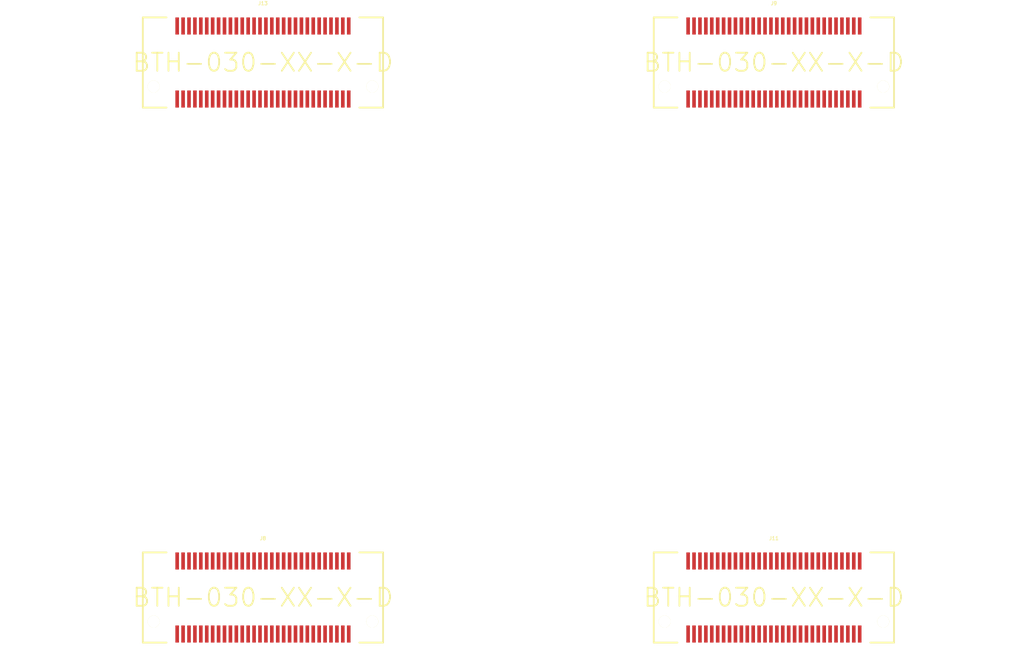
<source format=kicad_pcb>
(kicad_pcb (version 3) (host pcbnew "(2014-05-02 BZR 4841)-product")

  (general
    (links 56)
    (no_connects 56)
    (area 105.757002 40.698156 171.656718 95.604401)
    (thickness 1.6)
    (drawings 4)
    (tracks 0)
    (zones 0)
    (modules 4)
    (nets 11)
  )

  (page A4)
  (layers
    (15 F.Cu signal)
    (0 B.Cu signal)
    (16 B.Adhes user)
    (17 F.Adhes user)
    (18 B.Paste user)
    (19 F.Paste user)
    (20 B.SilkS user)
    (21 F.SilkS user)
    (22 B.Mask user)
    (23 F.Mask user)
    (24 Dwgs.User user)
    (25 Cmts.User user)
    (26 Eco1.User user)
    (27 Eco2.User user)
    (28 Edge.Cuts user)
  )

  (setup
    (last_trace_width 0.254)
    (trace_clearance 0.254)
    (zone_clearance 0.508)
    (zone_45_only no)
    (trace_min 0.254)
    (segment_width 0.2)
    (edge_width 0.1)
    (via_size 0.889)
    (via_drill 0.635)
    (via_min_size 0.889)
    (via_min_drill 0.508)
    (uvia_size 0.508)
    (uvia_drill 0.127)
    (uvias_allowed no)
    (uvia_min_size 0.508)
    (uvia_min_drill 0.127)
    (pcb_text_width 0.3)
    (pcb_text_size 1.5 1.5)
    (mod_edge_width 0.15)
    (mod_text_size 1 1)
    (mod_text_width 0.15)
    (pad_size 1.5 1.5)
    (pad_drill 0.6)
    (pad_to_mask_clearance 0)
    (aux_axis_origin 0 0)
    (visible_elements FFFFFF7F)
    (pcbplotparams
      (layerselection 3178497)
      (usegerberextensions true)
      (excludeedgelayer true)
      (linewidth 0.100000)
      (plotframeref false)
      (viasonmask false)
      (mode 1)
      (useauxorigin false)
      (hpglpennumber 1)
      (hpglpenspeed 20)
      (hpglpendiameter 15)
      (hpglpenoverlay 2)
      (psnegative false)
      (psa4output false)
      (plotreference true)
      (plotvalue true)
      (plotothertext true)
      (plotinvisibletext false)
      (padsonsilk false)
      (subtractmaskfromsilk false)
      (outputformat 1)
      (mirror false)
      (drillshape 1)
      (scaleselection 1)
      (outputdirectory ""))
  )

  (net 0 "")
  (net 1 1P8V)
  (net 2 GND)
  (net 3 VDD_GPIO)
  (net 4 SYS_5P0V)
  (net 5 1P0V)
  (net 6 VDD_DSP)
  (net 7 VDD_ADJ)
  (net 8 1P35V)
  (net 9 2P5V)
  (net 10 3P3V)

  (net_class Default "This is the default net class."
    (clearance 0.254)
    (trace_width 0.254)
    (via_dia 0.889)
    (via_drill 0.635)
    (uvia_dia 0.508)
    (uvia_drill 0.127)
    (add_net 1P0V)
    (add_net 1P35V)
    (add_net 1P8V)
    (add_net 2P5V)
    (add_net 3P3V)
    (add_net GND)
    (add_net SYS_5P0V)
    (add_net VDD_ADJ)
    (add_net VDD_DSP)
    (add_net VDD_GPIO)
  )

  (module Samtec_BTH:BTH-030-XX-X-D-A (layer F.Cu) (tedit 536D4E22) (tstamp 536D4DC3)
    (at 174.52086 75.4634 180)
    (descr "samtec BTH 60 pins")
    (tags "samtec, BTH, connector")
    (path /53694AE6)
    (attr smd)
    (fp_text reference J8 (at 0 5 180) (layer F.SilkS)
      (effects (font (size 0.29972 0.29972) (thickness 0.06096)))
    )
    (fp_text value BTH-030-XX-X-D (at 0 0 180) (layer F.SilkS)
      (effects (font (thickness 0.15)))
    )
    (fp_line (start 8.1515 -3.81) (end 10.1515 -3.81) (layer F.SilkS) (width 0.15))
    (fp_line (start 10.1515 -3.81) (end 10.1515 3.81) (layer F.SilkS) (width 0.15))
    (fp_line (start 10.1515 3.81) (end 8.1515 3.81) (layer F.SilkS) (width 0.15))
    (fp_line (start -8.1515 -3.81) (end -10.1515 -3.81) (layer F.SilkS) (width 0.15))
    (fp_line (start -10.1515 -3.81) (end -10.1515 3.81) (layer F.SilkS) (width 0.15))
    (fp_line (start -10.1515 3.81) (end -8.1515 3.81) (layer F.SilkS) (width 0.15))
    (pad "" np_thru_hole circle (at -9.23945 -2.032 180) (size 1.016 1.016) (drill 1.016) (layers *.Cu *.Mask F.SilkS))
    (pad "" np_thru_hole circle (at 9.23855 -2.032 180) (size 1.016 1.016) (drill 1.016) (layers *.Cu *.Mask F.SilkS))
    (pad 1 smd rect (at -7.25145 -3.086 180) (size 0.305 1.448) (layers F.Cu F.Paste F.Mask)
      (net 1 1P8V))
    (pad 2 smd rect (at -7.25145 3.086 180) (size 0.305 1.448) (layers F.Cu F.Paste F.Mask)
      (net 1 1P8V))
    (pad 3 smd rect (at -6.75145 -3.086 180) (size 0.305 1.448) (layers F.Cu F.Paste F.Mask))
    (pad 4 smd rect (at -6.75145 3.086 180) (size 0.305 1.448) (layers F.Cu F.Paste F.Mask))
    (pad 5 smd rect (at -6.25145 -3.086 180) (size 0.305 1.448) (layers F.Cu F.Paste F.Mask))
    (pad 6 smd rect (at -6.25145 3.086 180) (size 0.305 1.448) (layers F.Cu F.Paste F.Mask))
    (pad 7 smd rect (at -5.75145 -3.086 180) (size 0.305 1.448) (layers F.Cu F.Paste F.Mask))
    (pad 8 smd rect (at -5.75145 3.086 180) (size 0.305 1.448) (layers F.Cu F.Paste F.Mask))
    (pad 9 smd rect (at -5.25145 -3.086 180) (size 0.305 1.448) (layers F.Cu F.Paste F.Mask))
    (pad 10 smd rect (at -5.25145 3.086 180) (size 0.305 1.448) (layers F.Cu F.Paste F.Mask))
    (pad 11 smd rect (at -4.75145 -3.086 180) (size 0.305 1.448) (layers F.Cu F.Paste F.Mask)
      (net 2 GND))
    (pad 12 smd rect (at -4.75145 3.086 180) (size 0.305 1.448) (layers F.Cu F.Paste F.Mask)
      (net 2 GND))
    (pad 13 smd rect (at -4.25145 -3.086 180) (size 0.305 1.448) (layers F.Cu F.Paste F.Mask))
    (pad 14 smd rect (at -4.25145 3.086 180) (size 0.305 1.448) (layers F.Cu F.Paste F.Mask))
    (pad 15 smd rect (at -3.75145 -3.086 180) (size 0.305 1.448) (layers F.Cu F.Paste F.Mask))
    (pad 16 smd rect (at -3.75145 3.086 180) (size 0.305 1.448) (layers F.Cu F.Paste F.Mask))
    (pad 17 smd rect (at -3.25145 -3.086 180) (size 0.305 1.448) (layers F.Cu F.Paste F.Mask))
    (pad 18 smd rect (at -3.25145 3.086 180) (size 0.305 1.448) (layers F.Cu F.Paste F.Mask))
    (pad 19 smd rect (at -2.75145 -3.086 180) (size 0.305 1.448) (layers F.Cu F.Paste F.Mask))
    (pad 20 smd rect (at -2.75145 3.086 180) (size 0.305 1.448) (layers F.Cu F.Paste F.Mask))
    (pad 21 smd rect (at -2.25145 -3.086 180) (size 0.305 1.448) (layers F.Cu F.Paste F.Mask)
      (net 2 GND))
    (pad 22 smd rect (at -2.25145 3.086 180) (size 0.305 1.448) (layers F.Cu F.Paste F.Mask)
      (net 2 GND))
    (pad 23 smd rect (at -1.75145 -3.086 180) (size 0.305 1.448) (layers F.Cu F.Paste F.Mask))
    (pad 24 smd rect (at -1.75145 3.086 180) (size 0.305 1.448) (layers F.Cu F.Paste F.Mask))
    (pad 25 smd rect (at -1.25145 -3.086 180) (size 0.305 1.448) (layers F.Cu F.Paste F.Mask))
    (pad 26 smd rect (at -1.25145 3.086 180) (size 0.305 1.448) (layers F.Cu F.Paste F.Mask))
    (pad 27 smd rect (at -0.75145 -3.086 180) (size 0.305 1.448) (layers F.Cu F.Paste F.Mask))
    (pad 28 smd rect (at -0.75145 3.086 180) (size 0.305 1.448) (layers F.Cu F.Paste F.Mask))
    (pad 29 smd rect (at -0.25145 -3.086 180) (size 0.305 1.448) (layers F.Cu F.Paste F.Mask))
    (pad 30 smd rect (at -0.25145 3.086 180) (size 0.305 1.448) (layers F.Cu F.Paste F.Mask))
    (pad 31 smd rect (at 0.24855 -3.086 180) (size 0.305 1.448) (layers F.Cu F.Paste F.Mask)
      (net 2 GND))
    (pad 32 smd rect (at 0.24855 3.086 180) (size 0.305 1.448) (layers F.Cu F.Paste F.Mask)
      (net 2 GND))
    (pad 33 smd rect (at 0.74855 -3.086 180) (size 0.305 1.448) (layers F.Cu F.Paste F.Mask))
    (pad 34 smd rect (at 0.74855 3.086 180) (size 0.305 1.448) (layers F.Cu F.Paste F.Mask))
    (pad 35 smd rect (at 1.24855 -3.086 180) (size 0.305 1.448) (layers F.Cu F.Paste F.Mask))
    (pad 36 smd rect (at 1.24855 3.086 180) (size 0.305 1.448) (layers F.Cu F.Paste F.Mask))
    (pad 37 smd rect (at 1.74855 -3.086 180) (size 0.305 1.448) (layers F.Cu F.Paste F.Mask))
    (pad 38 smd rect (at 1.74855 3.086 180) (size 0.305 1.448) (layers F.Cu F.Paste F.Mask))
    (pad 39 smd rect (at 2.24855 -3.086 180) (size 0.305 1.448) (layers F.Cu F.Paste F.Mask))
    (pad 40 smd rect (at 2.24855 3.086 180) (size 0.305 1.448) (layers F.Cu F.Paste F.Mask))
    (pad 41 smd rect (at 2.74855 -3.086 180) (size 0.305 1.448) (layers F.Cu F.Paste F.Mask)
      (net 2 GND))
    (pad 42 smd rect (at 2.74855 3.086 180) (size 0.305 1.448) (layers F.Cu F.Paste F.Mask)
      (net 2 GND))
    (pad 43 smd rect (at 3.24855 -3.086 180) (size 0.305 1.448) (layers F.Cu F.Paste F.Mask))
    (pad 44 smd rect (at 3.24855 3.086 180) (size 0.305 1.448) (layers F.Cu F.Paste F.Mask))
    (pad 45 smd rect (at 3.74855 -3.086 180) (size 0.305 1.448) (layers F.Cu F.Paste F.Mask))
    (pad 46 smd rect (at 3.74855 3.086 180) (size 0.305 1.448) (layers F.Cu F.Paste F.Mask))
    (pad 47 smd rect (at 4.24855 -3.086 180) (size 0.305 1.448) (layers F.Cu F.Paste F.Mask))
    (pad 48 smd rect (at 4.24855 3.086 180) (size 0.305 1.448) (layers F.Cu F.Paste F.Mask))
    (pad 49 smd rect (at 4.74855 -3.086 180) (size 0.305 1.448) (layers F.Cu F.Paste F.Mask))
    (pad 50 smd rect (at 4.74855 3.086 180) (size 0.305 1.448) (layers F.Cu F.Paste F.Mask))
    (pad 51 smd rect (at 5.24855 -3.086 180) (size 0.305 1.448) (layers F.Cu F.Paste F.Mask)
      (net 2 GND))
    (pad 52 smd rect (at 5.24855 3.086 180) (size 0.305 1.448) (layers F.Cu F.Paste F.Mask)
      (net 2 GND))
    (pad 53 smd rect (at 5.74855 -3.086 180) (size 0.305 1.448) (layers F.Cu F.Paste F.Mask))
    (pad 54 smd rect (at 5.74855 3.086 180) (size 0.305 1.448) (layers F.Cu F.Paste F.Mask))
    (pad 55 smd rect (at 6.24855 -3.086 180) (size 0.305 1.448) (layers F.Cu F.Paste F.Mask))
    (pad 56 smd rect (at 6.24855 3.086 180) (size 0.305 1.448) (layers F.Cu F.Paste F.Mask))
    (pad 57 smd rect (at 6.74855 -3.086 180) (size 0.305 1.448) (layers F.Cu F.Paste F.Mask))
    (pad 58 smd rect (at 6.74855 3.086 180) (size 0.305 1.448) (layers F.Cu F.Paste F.Mask))
    (pad 59 smd rect (at 7.24855 -3.086 180) (size 0.305 1.448) (layers F.Cu F.Paste F.Mask))
    (pad 60 smd rect (at 7.24855 3.086 180) (size 0.305 1.448) (layers F.Cu F.Paste F.Mask))
  )

  (module Samtec_BTH:BTH-030-XX-X-D-A (layer F.Cu) (tedit 536D4C60) (tstamp 536D4E0B)
    (at 217.70086 30.2514 180)
    (descr "samtec BTH 60 pins")
    (tags "samtec, BTH, connector")
    (path /53696710)
    (attr smd)
    (fp_text reference J9 (at 0 5 180) (layer F.SilkS)
      (effects (font (size 0.29972 0.29972) (thickness 0.06096)))
    )
    (fp_text value BTH-030-XX-X-D (at 0 0 180) (layer F.SilkS)
      (effects (font (thickness 0.15)))
    )
    (fp_line (start 8.1515 -3.81) (end 10.1515 -3.81) (layer F.SilkS) (width 0.15))
    (fp_line (start 10.1515 -3.81) (end 10.1515 3.81) (layer F.SilkS) (width 0.15))
    (fp_line (start 10.1515 3.81) (end 8.1515 3.81) (layer F.SilkS) (width 0.15))
    (fp_line (start -8.1515 -3.81) (end -10.1515 -3.81) (layer F.SilkS) (width 0.15))
    (fp_line (start -10.1515 -3.81) (end -10.1515 3.81) (layer F.SilkS) (width 0.15))
    (fp_line (start -10.1515 3.81) (end -8.1515 3.81) (layer F.SilkS) (width 0.15))
    (pad "" np_thru_hole circle (at -9.23945 -2.032 180) (size 1.016 1.016) (drill 1.016) (layers *.Cu *.Mask F.SilkS))
    (pad "" np_thru_hole circle (at 9.23855 -2.032 180) (size 1.016 1.016) (drill 1.016) (layers *.Cu *.Mask F.SilkS))
    (pad 1 smd rect (at -7.25145 -3.086 180) (size 0.305 1.448) (layers F.Cu F.Paste F.Mask)
      (net 1 1P8V))
    (pad 2 smd rect (at -7.25145 3.086 180) (size 0.305 1.448) (layers F.Cu F.Paste F.Mask)
      (net 1 1P8V))
    (pad 3 smd rect (at -6.75145 -3.086 180) (size 0.305 1.448) (layers F.Cu F.Paste F.Mask))
    (pad 4 smd rect (at -6.75145 3.086 180) (size 0.305 1.448) (layers F.Cu F.Paste F.Mask))
    (pad 5 smd rect (at -6.25145 -3.086 180) (size 0.305 1.448) (layers F.Cu F.Paste F.Mask))
    (pad 6 smd rect (at -6.25145 3.086 180) (size 0.305 1.448) (layers F.Cu F.Paste F.Mask))
    (pad 7 smd rect (at -5.75145 -3.086 180) (size 0.305 1.448) (layers F.Cu F.Paste F.Mask))
    (pad 8 smd rect (at -5.75145 3.086 180) (size 0.305 1.448) (layers F.Cu F.Paste F.Mask))
    (pad 9 smd rect (at -5.25145 -3.086 180) (size 0.305 1.448) (layers F.Cu F.Paste F.Mask))
    (pad 10 smd rect (at -5.25145 3.086 180) (size 0.305 1.448) (layers F.Cu F.Paste F.Mask))
    (pad 11 smd rect (at -4.75145 -3.086 180) (size 0.305 1.448) (layers F.Cu F.Paste F.Mask)
      (net 2 GND))
    (pad 12 smd rect (at -4.75145 3.086 180) (size 0.305 1.448) (layers F.Cu F.Paste F.Mask)
      (net 2 GND))
    (pad 13 smd rect (at -4.25145 -3.086 180) (size 0.305 1.448) (layers F.Cu F.Paste F.Mask))
    (pad 14 smd rect (at -4.25145 3.086 180) (size 0.305 1.448) (layers F.Cu F.Paste F.Mask))
    (pad 15 smd rect (at -3.75145 -3.086 180) (size 0.305 1.448) (layers F.Cu F.Paste F.Mask))
    (pad 16 smd rect (at -3.75145 3.086 180) (size 0.305 1.448) (layers F.Cu F.Paste F.Mask))
    (pad 17 smd rect (at -3.25145 -3.086 180) (size 0.305 1.448) (layers F.Cu F.Paste F.Mask))
    (pad 18 smd rect (at -3.25145 3.086 180) (size 0.305 1.448) (layers F.Cu F.Paste F.Mask))
    (pad 19 smd rect (at -2.75145 -3.086 180) (size 0.305 1.448) (layers F.Cu F.Paste F.Mask))
    (pad 20 smd rect (at -2.75145 3.086 180) (size 0.305 1.448) (layers F.Cu F.Paste F.Mask))
    (pad 21 smd rect (at -2.25145 -3.086 180) (size 0.305 1.448) (layers F.Cu F.Paste F.Mask)
      (net 2 GND))
    (pad 22 smd rect (at -2.25145 3.086 180) (size 0.305 1.448) (layers F.Cu F.Paste F.Mask)
      (net 2 GND))
    (pad 23 smd rect (at -1.75145 -3.086 180) (size 0.305 1.448) (layers F.Cu F.Paste F.Mask))
    (pad 24 smd rect (at -1.75145 3.086 180) (size 0.305 1.448) (layers F.Cu F.Paste F.Mask))
    (pad 25 smd rect (at -1.25145 -3.086 180) (size 0.305 1.448) (layers F.Cu F.Paste F.Mask))
    (pad 26 smd rect (at -1.25145 3.086 180) (size 0.305 1.448) (layers F.Cu F.Paste F.Mask))
    (pad 27 smd rect (at -0.75145 -3.086 180) (size 0.305 1.448) (layers F.Cu F.Paste F.Mask))
    (pad 28 smd rect (at -0.75145 3.086 180) (size 0.305 1.448) (layers F.Cu F.Paste F.Mask))
    (pad 29 smd rect (at -0.25145 -3.086 180) (size 0.305 1.448) (layers F.Cu F.Paste F.Mask))
    (pad 30 smd rect (at -0.25145 3.086 180) (size 0.305 1.448) (layers F.Cu F.Paste F.Mask))
    (pad 31 smd rect (at 0.24855 -3.086 180) (size 0.305 1.448) (layers F.Cu F.Paste F.Mask)
      (net 2 GND))
    (pad 32 smd rect (at 0.24855 3.086 180) (size 0.305 1.448) (layers F.Cu F.Paste F.Mask)
      (net 2 GND))
    (pad 33 smd rect (at 0.74855 -3.086 180) (size 0.305 1.448) (layers F.Cu F.Paste F.Mask))
    (pad 34 smd rect (at 0.74855 3.086 180) (size 0.305 1.448) (layers F.Cu F.Paste F.Mask))
    (pad 35 smd rect (at 1.24855 -3.086 180) (size 0.305 1.448) (layers F.Cu F.Paste F.Mask))
    (pad 36 smd rect (at 1.24855 3.086 180) (size 0.305 1.448) (layers F.Cu F.Paste F.Mask))
    (pad 37 smd rect (at 1.74855 -3.086 180) (size 0.305 1.448) (layers F.Cu F.Paste F.Mask))
    (pad 38 smd rect (at 1.74855 3.086 180) (size 0.305 1.448) (layers F.Cu F.Paste F.Mask))
    (pad 39 smd rect (at 2.24855 -3.086 180) (size 0.305 1.448) (layers F.Cu F.Paste F.Mask))
    (pad 40 smd rect (at 2.24855 3.086 180) (size 0.305 1.448) (layers F.Cu F.Paste F.Mask))
    (pad 41 smd rect (at 2.74855 -3.086 180) (size 0.305 1.448) (layers F.Cu F.Paste F.Mask)
      (net 2 GND))
    (pad 42 smd rect (at 2.74855 3.086 180) (size 0.305 1.448) (layers F.Cu F.Paste F.Mask)
      (net 2 GND))
    (pad 43 smd rect (at 3.24855 -3.086 180) (size 0.305 1.448) (layers F.Cu F.Paste F.Mask))
    (pad 44 smd rect (at 3.24855 3.086 180) (size 0.305 1.448) (layers F.Cu F.Paste F.Mask))
    (pad 45 smd rect (at 3.74855 -3.086 180) (size 0.305 1.448) (layers F.Cu F.Paste F.Mask))
    (pad 46 smd rect (at 3.74855 3.086 180) (size 0.305 1.448) (layers F.Cu F.Paste F.Mask))
    (pad 47 smd rect (at 4.24855 -3.086 180) (size 0.305 1.448) (layers F.Cu F.Paste F.Mask))
    (pad 48 smd rect (at 4.24855 3.086 180) (size 0.305 1.448) (layers F.Cu F.Paste F.Mask))
    (pad 49 smd rect (at 4.74855 -3.086 180) (size 0.305 1.448) (layers F.Cu F.Paste F.Mask))
    (pad 50 smd rect (at 4.74855 3.086 180) (size 0.305 1.448) (layers F.Cu F.Paste F.Mask))
    (pad 51 smd rect (at 5.24855 -3.086 180) (size 0.305 1.448) (layers F.Cu F.Paste F.Mask)
      (net 2 GND))
    (pad 52 smd rect (at 5.24855 3.086 180) (size 0.305 1.448) (layers F.Cu F.Paste F.Mask)
      (net 2 GND))
    (pad 53 smd rect (at 5.74855 -3.086 180) (size 0.305 1.448) (layers F.Cu F.Paste F.Mask))
    (pad 54 smd rect (at 5.74855 3.086 180) (size 0.305 1.448) (layers F.Cu F.Paste F.Mask))
    (pad 55 smd rect (at 6.24855 -3.086 180) (size 0.305 1.448) (layers F.Cu F.Paste F.Mask))
    (pad 56 smd rect (at 6.24855 3.086 180) (size 0.305 1.448) (layers F.Cu F.Paste F.Mask))
    (pad 57 smd rect (at 6.74855 -3.086 180) (size 0.305 1.448) (layers F.Cu F.Paste F.Mask))
    (pad 58 smd rect (at 6.74855 3.086 180) (size 0.305 1.448) (layers F.Cu F.Paste F.Mask))
    (pad 59 smd rect (at 7.24855 -3.086 180) (size 0.305 1.448) (layers F.Cu F.Paste F.Mask))
    (pad 60 smd rect (at 7.24855 3.086 180) (size 0.305 1.448) (layers F.Cu F.Paste F.Mask))
  )

  (module Samtec_BTH:BTH-030-XX-X-D-A (layer F.Cu) (tedit 536D4C60) (tstamp 536D4E53)
    (at 217.70086 75.4634 180)
    (descr "samtec BTH 60 pins")
    (tags "samtec, BTH, connector")
    (path /536BD7B5)
    (attr smd)
    (fp_text reference J11 (at 0 5 180) (layer F.SilkS)
      (effects (font (size 0.29972 0.29972) (thickness 0.06096)))
    )
    (fp_text value BTH-030-XX-X-D (at 0 0 180) (layer F.SilkS)
      (effects (font (thickness 0.15)))
    )
    (fp_line (start 8.1515 -3.81) (end 10.1515 -3.81) (layer F.SilkS) (width 0.15))
    (fp_line (start 10.1515 -3.81) (end 10.1515 3.81) (layer F.SilkS) (width 0.15))
    (fp_line (start 10.1515 3.81) (end 8.1515 3.81) (layer F.SilkS) (width 0.15))
    (fp_line (start -8.1515 -3.81) (end -10.1515 -3.81) (layer F.SilkS) (width 0.15))
    (fp_line (start -10.1515 -3.81) (end -10.1515 3.81) (layer F.SilkS) (width 0.15))
    (fp_line (start -10.1515 3.81) (end -8.1515 3.81) (layer F.SilkS) (width 0.15))
    (pad "" np_thru_hole circle (at -9.23945 -2.032 180) (size 1.016 1.016) (drill 1.016) (layers *.Cu *.Mask F.SilkS))
    (pad "" np_thru_hole circle (at 9.23855 -2.032 180) (size 1.016 1.016) (drill 1.016) (layers *.Cu *.Mask F.SilkS))
    (pad 1 smd rect (at -7.25145 -3.086 180) (size 0.305 1.448) (layers F.Cu F.Paste F.Mask)
      (net 3 VDD_GPIO))
    (pad 2 smd rect (at -7.25145 3.086 180) (size 0.305 1.448) (layers F.Cu F.Paste F.Mask)
      (net 3 VDD_GPIO))
    (pad 3 smd rect (at -6.75145 -3.086 180) (size 0.305 1.448) (layers F.Cu F.Paste F.Mask))
    (pad 4 smd rect (at -6.75145 3.086 180) (size 0.305 1.448) (layers F.Cu F.Paste F.Mask))
    (pad 5 smd rect (at -6.25145 -3.086 180) (size 0.305 1.448) (layers F.Cu F.Paste F.Mask))
    (pad 6 smd rect (at -6.25145 3.086 180) (size 0.305 1.448) (layers F.Cu F.Paste F.Mask))
    (pad 7 smd rect (at -5.75145 -3.086 180) (size 0.305 1.448) (layers F.Cu F.Paste F.Mask))
    (pad 8 smd rect (at -5.75145 3.086 180) (size 0.305 1.448) (layers F.Cu F.Paste F.Mask))
    (pad 9 smd rect (at -5.25145 -3.086 180) (size 0.305 1.448) (layers F.Cu F.Paste F.Mask))
    (pad 10 smd rect (at -5.25145 3.086 180) (size 0.305 1.448) (layers F.Cu F.Paste F.Mask))
    (pad 11 smd rect (at -4.75145 -3.086 180) (size 0.305 1.448) (layers F.Cu F.Paste F.Mask)
      (net 2 GND))
    (pad 12 smd rect (at -4.75145 3.086 180) (size 0.305 1.448) (layers F.Cu F.Paste F.Mask)
      (net 2 GND))
    (pad 13 smd rect (at -4.25145 -3.086 180) (size 0.305 1.448) (layers F.Cu F.Paste F.Mask))
    (pad 14 smd rect (at -4.25145 3.086 180) (size 0.305 1.448) (layers F.Cu F.Paste F.Mask))
    (pad 15 smd rect (at -3.75145 -3.086 180) (size 0.305 1.448) (layers F.Cu F.Paste F.Mask))
    (pad 16 smd rect (at -3.75145 3.086 180) (size 0.305 1.448) (layers F.Cu F.Paste F.Mask))
    (pad 17 smd rect (at -3.25145 -3.086 180) (size 0.305 1.448) (layers F.Cu F.Paste F.Mask))
    (pad 18 smd rect (at -3.25145 3.086 180) (size 0.305 1.448) (layers F.Cu F.Paste F.Mask))
    (pad 19 smd rect (at -2.75145 -3.086 180) (size 0.305 1.448) (layers F.Cu F.Paste F.Mask))
    (pad 20 smd rect (at -2.75145 3.086 180) (size 0.305 1.448) (layers F.Cu F.Paste F.Mask))
    (pad 21 smd rect (at -2.25145 -3.086 180) (size 0.305 1.448) (layers F.Cu F.Paste F.Mask)
      (net 2 GND))
    (pad 22 smd rect (at -2.25145 3.086 180) (size 0.305 1.448) (layers F.Cu F.Paste F.Mask)
      (net 2 GND))
    (pad 23 smd rect (at -1.75145 -3.086 180) (size 0.305 1.448) (layers F.Cu F.Paste F.Mask))
    (pad 24 smd rect (at -1.75145 3.086 180) (size 0.305 1.448) (layers F.Cu F.Paste F.Mask))
    (pad 25 smd rect (at -1.25145 -3.086 180) (size 0.305 1.448) (layers F.Cu F.Paste F.Mask))
    (pad 26 smd rect (at -1.25145 3.086 180) (size 0.305 1.448) (layers F.Cu F.Paste F.Mask))
    (pad 27 smd rect (at -0.75145 -3.086 180) (size 0.305 1.448) (layers F.Cu F.Paste F.Mask))
    (pad 28 smd rect (at -0.75145 3.086 180) (size 0.305 1.448) (layers F.Cu F.Paste F.Mask))
    (pad 29 smd rect (at -0.25145 -3.086 180) (size 0.305 1.448) (layers F.Cu F.Paste F.Mask))
    (pad 30 smd rect (at -0.25145 3.086 180) (size 0.305 1.448) (layers F.Cu F.Paste F.Mask))
    (pad 31 smd rect (at 0.24855 -3.086 180) (size 0.305 1.448) (layers F.Cu F.Paste F.Mask)
      (net 2 GND))
    (pad 32 smd rect (at 0.24855 3.086 180) (size 0.305 1.448) (layers F.Cu F.Paste F.Mask)
      (net 2 GND))
    (pad 33 smd rect (at 0.74855 -3.086 180) (size 0.305 1.448) (layers F.Cu F.Paste F.Mask))
    (pad 34 smd rect (at 0.74855 3.086 180) (size 0.305 1.448) (layers F.Cu F.Paste F.Mask))
    (pad 35 smd rect (at 1.24855 -3.086 180) (size 0.305 1.448) (layers F.Cu F.Paste F.Mask))
    (pad 36 smd rect (at 1.24855 3.086 180) (size 0.305 1.448) (layers F.Cu F.Paste F.Mask))
    (pad 37 smd rect (at 1.74855 -3.086 180) (size 0.305 1.448) (layers F.Cu F.Paste F.Mask))
    (pad 38 smd rect (at 1.74855 3.086 180) (size 0.305 1.448) (layers F.Cu F.Paste F.Mask))
    (pad 39 smd rect (at 2.24855 -3.086 180) (size 0.305 1.448) (layers F.Cu F.Paste F.Mask))
    (pad 40 smd rect (at 2.24855 3.086 180) (size 0.305 1.448) (layers F.Cu F.Paste F.Mask))
    (pad 41 smd rect (at 2.74855 -3.086 180) (size 0.305 1.448) (layers F.Cu F.Paste F.Mask)
      (net 2 GND))
    (pad 42 smd rect (at 2.74855 3.086 180) (size 0.305 1.448) (layers F.Cu F.Paste F.Mask)
      (net 2 GND))
    (pad 43 smd rect (at 3.24855 -3.086 180) (size 0.305 1.448) (layers F.Cu F.Paste F.Mask))
    (pad 44 smd rect (at 3.24855 3.086 180) (size 0.305 1.448) (layers F.Cu F.Paste F.Mask))
    (pad 45 smd rect (at 3.74855 -3.086 180) (size 0.305 1.448) (layers F.Cu F.Paste F.Mask))
    (pad 46 smd rect (at 3.74855 3.086 180) (size 0.305 1.448) (layers F.Cu F.Paste F.Mask))
    (pad 47 smd rect (at 4.24855 -3.086 180) (size 0.305 1.448) (layers F.Cu F.Paste F.Mask))
    (pad 48 smd rect (at 4.24855 3.086 180) (size 0.305 1.448) (layers F.Cu F.Paste F.Mask))
    (pad 49 smd rect (at 4.74855 -3.086 180) (size 0.305 1.448) (layers F.Cu F.Paste F.Mask))
    (pad 50 smd rect (at 4.74855 3.086 180) (size 0.305 1.448) (layers F.Cu F.Paste F.Mask))
    (pad 51 smd rect (at 5.24855 -3.086 180) (size 0.305 1.448) (layers F.Cu F.Paste F.Mask)
      (net 2 GND))
    (pad 52 smd rect (at 5.24855 3.086 180) (size 0.305 1.448) (layers F.Cu F.Paste F.Mask)
      (net 2 GND))
    (pad 53 smd rect (at 5.74855 -3.086 180) (size 0.305 1.448) (layers F.Cu F.Paste F.Mask))
    (pad 54 smd rect (at 5.74855 3.086 180) (size 0.305 1.448) (layers F.Cu F.Paste F.Mask))
    (pad 55 smd rect (at 6.24855 -3.086 180) (size 0.305 1.448) (layers F.Cu F.Paste F.Mask))
    (pad 56 smd rect (at 6.24855 3.086 180) (size 0.305 1.448) (layers F.Cu F.Paste F.Mask))
    (pad 57 smd rect (at 6.74855 -3.086 180) (size 0.305 1.448) (layers F.Cu F.Paste F.Mask))
    (pad 58 smd rect (at 6.74855 3.086 180) (size 0.305 1.448) (layers F.Cu F.Paste F.Mask))
    (pad 59 smd rect (at 7.24855 -3.086 180) (size 0.305 1.448) (layers F.Cu F.Paste F.Mask))
    (pad 60 smd rect (at 7.24855 3.086 180) (size 0.305 1.448) (layers F.Cu F.Paste F.Mask))
  )

  (module Samtec_BTH:BTH-030-XX-X-D-A (layer F.Cu) (tedit 536D4C60) (tstamp 536D4E9B)
    (at 174.52086 30.2514 180)
    (descr "samtec BTH 60 pins")
    (tags "samtec, BTH, connector")
    (path /536C34AF)
    (attr smd)
    (fp_text reference J13 (at 0 5 180) (layer F.SilkS)
      (effects (font (size 0.29972 0.29972) (thickness 0.06096)))
    )
    (fp_text value BTH-030-XX-X-D (at 0 0 180) (layer F.SilkS)
      (effects (font (thickness 0.15)))
    )
    (fp_line (start 8.1515 -3.81) (end 10.1515 -3.81) (layer F.SilkS) (width 0.15))
    (fp_line (start 10.1515 -3.81) (end 10.1515 3.81) (layer F.SilkS) (width 0.15))
    (fp_line (start 10.1515 3.81) (end 8.1515 3.81) (layer F.SilkS) (width 0.15))
    (fp_line (start -8.1515 -3.81) (end -10.1515 -3.81) (layer F.SilkS) (width 0.15))
    (fp_line (start -10.1515 -3.81) (end -10.1515 3.81) (layer F.SilkS) (width 0.15))
    (fp_line (start -10.1515 3.81) (end -8.1515 3.81) (layer F.SilkS) (width 0.15))
    (pad "" np_thru_hole circle (at -9.23945 -2.032 180) (size 1.016 1.016) (drill 1.016) (layers *.Cu *.Mask F.SilkS))
    (pad "" np_thru_hole circle (at 9.23855 -2.032 180) (size 1.016 1.016) (drill 1.016) (layers *.Cu *.Mask F.SilkS))
    (pad 1 smd rect (at -7.25145 -3.086 180) (size 0.305 1.448) (layers F.Cu F.Paste F.Mask)
      (net 4 SYS_5P0V))
    (pad 2 smd rect (at -7.25145 3.086 180) (size 0.305 1.448) (layers F.Cu F.Paste F.Mask)
      (net 4 SYS_5P0V))
    (pad 3 smd rect (at -6.75145 -3.086 180) (size 0.305 1.448) (layers F.Cu F.Paste F.Mask))
    (pad 4 smd rect (at -6.75145 3.086 180) (size 0.305 1.448) (layers F.Cu F.Paste F.Mask))
    (pad 5 smd rect (at -6.25145 -3.086 180) (size 0.305 1.448) (layers F.Cu F.Paste F.Mask))
    (pad 6 smd rect (at -6.25145 3.086 180) (size 0.305 1.448) (layers F.Cu F.Paste F.Mask))
    (pad 7 smd rect (at -5.75145 -3.086 180) (size 0.305 1.448) (layers F.Cu F.Paste F.Mask))
    (pad 8 smd rect (at -5.75145 3.086 180) (size 0.305 1.448) (layers F.Cu F.Paste F.Mask))
    (pad 9 smd rect (at -5.25145 -3.086 180) (size 0.305 1.448) (layers F.Cu F.Paste F.Mask))
    (pad 10 smd rect (at -5.25145 3.086 180) (size 0.305 1.448) (layers F.Cu F.Paste F.Mask))
    (pad 11 smd rect (at -4.75145 -3.086 180) (size 0.305 1.448) (layers F.Cu F.Paste F.Mask)
      (net 2 GND))
    (pad 12 smd rect (at -4.75145 3.086 180) (size 0.305 1.448) (layers F.Cu F.Paste F.Mask)
      (net 2 GND))
    (pad 13 smd rect (at -4.25145 -3.086 180) (size 0.305 1.448) (layers F.Cu F.Paste F.Mask))
    (pad 14 smd rect (at -4.25145 3.086 180) (size 0.305 1.448) (layers F.Cu F.Paste F.Mask))
    (pad 15 smd rect (at -3.75145 -3.086 180) (size 0.305 1.448) (layers F.Cu F.Paste F.Mask))
    (pad 16 smd rect (at -3.75145 3.086 180) (size 0.305 1.448) (layers F.Cu F.Paste F.Mask))
    (pad 17 smd rect (at -3.25145 -3.086 180) (size 0.305 1.448) (layers F.Cu F.Paste F.Mask))
    (pad 18 smd rect (at -3.25145 3.086 180) (size 0.305 1.448) (layers F.Cu F.Paste F.Mask))
    (pad 19 smd rect (at -2.75145 -3.086 180) (size 0.305 1.448) (layers F.Cu F.Paste F.Mask))
    (pad 20 smd rect (at -2.75145 3.086 180) (size 0.305 1.448) (layers F.Cu F.Paste F.Mask))
    (pad 21 smd rect (at -2.25145 -3.086 180) (size 0.305 1.448) (layers F.Cu F.Paste F.Mask)
      (net 2 GND))
    (pad 22 smd rect (at -2.25145 3.086 180) (size 0.305 1.448) (layers F.Cu F.Paste F.Mask)
      (net 2 GND))
    (pad 23 smd rect (at -1.75145 -3.086 180) (size 0.305 1.448) (layers F.Cu F.Paste F.Mask))
    (pad 24 smd rect (at -1.75145 3.086 180) (size 0.305 1.448) (layers F.Cu F.Paste F.Mask))
    (pad 25 smd rect (at -1.25145 -3.086 180) (size 0.305 1.448) (layers F.Cu F.Paste F.Mask))
    (pad 26 smd rect (at -1.25145 3.086 180) (size 0.305 1.448) (layers F.Cu F.Paste F.Mask))
    (pad 27 smd rect (at -0.75145 -3.086 180) (size 0.305 1.448) (layers F.Cu F.Paste F.Mask))
    (pad 28 smd rect (at -0.75145 3.086 180) (size 0.305 1.448) (layers F.Cu F.Paste F.Mask))
    (pad 29 smd rect (at -0.25145 -3.086 180) (size 0.305 1.448) (layers F.Cu F.Paste F.Mask))
    (pad 30 smd rect (at -0.25145 3.086 180) (size 0.305 1.448) (layers F.Cu F.Paste F.Mask))
    (pad 31 smd rect (at 0.24855 -3.086 180) (size 0.305 1.448) (layers F.Cu F.Paste F.Mask)
      (net 2 GND))
    (pad 32 smd rect (at 0.24855 3.086 180) (size 0.305 1.448) (layers F.Cu F.Paste F.Mask)
      (net 2 GND))
    (pad 33 smd rect (at 0.74855 -3.086 180) (size 0.305 1.448) (layers F.Cu F.Paste F.Mask))
    (pad 34 smd rect (at 0.74855 3.086 180) (size 0.305 1.448) (layers F.Cu F.Paste F.Mask))
    (pad 35 smd rect (at 1.24855 -3.086 180) (size 0.305 1.448) (layers F.Cu F.Paste F.Mask)
      (net 2 GND))
    (pad 36 smd rect (at 1.24855 3.086 180) (size 0.305 1.448) (layers F.Cu F.Paste F.Mask)
      (net 2 GND))
    (pad 37 smd rect (at 1.74855 -3.086 180) (size 0.305 1.448) (layers F.Cu F.Paste F.Mask))
    (pad 38 smd rect (at 1.74855 3.086 180) (size 0.305 1.448) (layers F.Cu F.Paste F.Mask))
    (pad 39 smd rect (at 2.24855 -3.086 180) (size 0.305 1.448) (layers F.Cu F.Paste F.Mask))
    (pad 40 smd rect (at 2.24855 3.086 180) (size 0.305 1.448) (layers F.Cu F.Paste F.Mask))
    (pad 41 smd rect (at 2.74855 -3.086 180) (size 0.305 1.448) (layers F.Cu F.Paste F.Mask)
      (net 2 GND))
    (pad 42 smd rect (at 2.74855 3.086 180) (size 0.305 1.448) (layers F.Cu F.Paste F.Mask)
      (net 2 GND))
    (pad 43 smd rect (at 3.24855 -3.086 180) (size 0.305 1.448) (layers F.Cu F.Paste F.Mask)
      (net 5 1P0V))
    (pad 44 smd rect (at 3.24855 3.086 180) (size 0.305 1.448) (layers F.Cu F.Paste F.Mask)
      (net 5 1P0V))
    (pad 45 smd rect (at 3.74855 -3.086 180) (size 0.305 1.448) (layers F.Cu F.Paste F.Mask)
      (net 6 VDD_DSP))
    (pad 46 smd rect (at 3.74855 3.086 180) (size 0.305 1.448) (layers F.Cu F.Paste F.Mask)
      (net 6 VDD_DSP))
    (pad 47 smd rect (at 4.24855 -3.086 180) (size 0.305 1.448) (layers F.Cu F.Paste F.Mask)
      (net 7 VDD_ADJ))
    (pad 48 smd rect (at 4.24855 3.086 180) (size 0.305 1.448) (layers F.Cu F.Paste F.Mask)
      (net 8 1P35V))
    (pad 49 smd rect (at 4.74855 -3.086 180) (size 0.305 1.448) (layers F.Cu F.Paste F.Mask)
      (net 1 1P8V))
    (pad 50 smd rect (at 4.74855 3.086 180) (size 0.305 1.448) (layers F.Cu F.Paste F.Mask)
      (net 1 1P8V))
    (pad 51 smd rect (at 5.24855 -3.086 180) (size 0.305 1.448) (layers F.Cu F.Paste F.Mask)
      (net 2 GND))
    (pad 52 smd rect (at 5.24855 3.086 180) (size 0.305 1.448) (layers F.Cu F.Paste F.Mask)
      (net 2 GND))
    (pad 53 smd rect (at 5.74855 -3.086 180) (size 0.305 1.448) (layers F.Cu F.Paste F.Mask)
      (net 8 1P35V))
    (pad 54 smd rect (at 5.74855 3.086 180) (size 0.305 1.448) (layers F.Cu F.Paste F.Mask)
      (net 7 VDD_ADJ))
    (pad 55 smd rect (at 6.24855 -3.086 180) (size 0.305 1.448) (layers F.Cu F.Paste F.Mask)
      (net 3 VDD_GPIO))
    (pad 56 smd rect (at 6.24855 3.086 180) (size 0.305 1.448) (layers F.Cu F.Paste F.Mask)
      (net 3 VDD_GPIO))
    (pad 57 smd rect (at 6.74855 -3.086 180) (size 0.305 1.448) (layers F.Cu F.Paste F.Mask)
      (net 9 2P5V))
    (pad 58 smd rect (at 6.74855 3.086 180) (size 0.305 1.448) (layers F.Cu F.Paste F.Mask)
      (net 9 2P5V))
    (pad 59 smd rect (at 7.24855 -3.086 180) (size 0.305 1.448) (layers F.Cu F.Paste F.Mask)
      (net 10 3P3V))
    (pad 60 smd rect (at 7.24855 3.086 180) (size 0.305 1.448) (layers F.Cu F.Paste F.Mask)
      (net 10 3P3V))
  )

  (gr_line (start 152.4 80.01) (end 152.4 25.4) (angle 90) (layer Dwgs.User) (width 0.2))
  (gr_line (start 238.76 80.01) (end 152.4 80.01) (angle 90) (layer Dwgs.User) (width 0.2))
  (gr_line (start 238.76 25.4) (end 238.76 80.01) (angle 90) (layer Dwgs.User) (width 0.2))
  (gr_line (start 152.4 25.4) (end 238.76 25.4) (angle 90) (layer Dwgs.User) (width 0.2))

)

</source>
